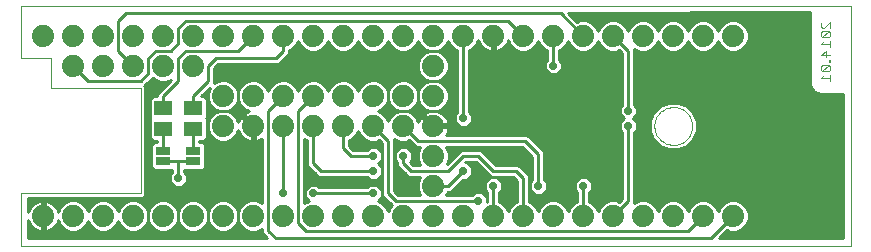
<source format=gbl>
G75*
%MOIN*%
%OFA0B0*%
%FSLAX24Y24*%
%IPPOS*%
%LPD*%
%AMOC8*
5,1,8,0,0,1.08239X$1,22.5*
%
%ADD10C,0.0000*%
%ADD11C,0.0040*%
%ADD12C,0.0740*%
%ADD13R,0.0591X0.0512*%
%ADD14R,0.0500X0.0250*%
%ADD15C,0.0100*%
%ADD16OC8,0.0270*%
%ADD17OC8,0.0250*%
%ADD18C,0.0200*%
D10*
X001423Y003543D02*
X001423Y005293D01*
X005423Y005293D01*
X005423Y008793D01*
X002423Y008793D01*
X002423Y009793D01*
X001423Y009793D01*
X001423Y011539D01*
X001423Y011543D01*
X001423Y011539D02*
X029082Y011539D01*
X029082Y003543D01*
X001423Y003543D01*
X022543Y007543D02*
X022545Y007593D01*
X022551Y007643D01*
X022561Y007692D01*
X022575Y007740D01*
X022592Y007787D01*
X022613Y007832D01*
X022638Y007876D01*
X022666Y007917D01*
X022698Y007956D01*
X022732Y007993D01*
X022769Y008027D01*
X022809Y008057D01*
X022851Y008084D01*
X022895Y008108D01*
X022941Y008129D01*
X022988Y008145D01*
X023036Y008158D01*
X023086Y008167D01*
X023135Y008172D01*
X023186Y008173D01*
X023236Y008170D01*
X023285Y008163D01*
X023334Y008152D01*
X023382Y008137D01*
X023428Y008119D01*
X023473Y008097D01*
X023516Y008071D01*
X023557Y008042D01*
X023596Y008010D01*
X023632Y007975D01*
X023664Y007937D01*
X023694Y007897D01*
X023721Y007854D01*
X023744Y007810D01*
X023763Y007764D01*
X023779Y007716D01*
X023791Y007667D01*
X023799Y007618D01*
X023803Y007568D01*
X023803Y007518D01*
X023799Y007468D01*
X023791Y007419D01*
X023779Y007370D01*
X023763Y007322D01*
X023744Y007276D01*
X023721Y007232D01*
X023694Y007189D01*
X023664Y007149D01*
X023632Y007111D01*
X023596Y007076D01*
X023557Y007044D01*
X023516Y007015D01*
X023473Y006989D01*
X023428Y006967D01*
X023382Y006949D01*
X023334Y006934D01*
X023285Y006923D01*
X023236Y006916D01*
X023186Y006913D01*
X023135Y006914D01*
X023086Y006919D01*
X023036Y006928D01*
X022988Y006941D01*
X022941Y006957D01*
X022895Y006978D01*
X022851Y007002D01*
X022809Y007029D01*
X022769Y007059D01*
X022732Y007093D01*
X022698Y007130D01*
X022666Y007169D01*
X022638Y007210D01*
X022613Y007254D01*
X022592Y007299D01*
X022575Y007346D01*
X022561Y007394D01*
X022551Y007443D01*
X022545Y007493D01*
X022543Y007543D01*
D11*
X028093Y009147D02*
X028403Y009147D01*
X028403Y009044D02*
X028403Y009251D01*
X028351Y009366D02*
X028144Y009366D01*
X028351Y009573D01*
X028403Y009521D01*
X028403Y009418D01*
X028351Y009366D01*
X028196Y009251D02*
X028093Y009147D01*
X028144Y009366D02*
X028093Y009418D01*
X028093Y009521D01*
X028144Y009573D01*
X028351Y009573D01*
X028351Y009682D02*
X028403Y009682D01*
X028403Y009734D01*
X028351Y009734D01*
X028351Y009682D01*
X028248Y009850D02*
X028248Y010056D01*
X028093Y009901D01*
X028403Y009901D01*
X028403Y010172D02*
X028403Y010379D01*
X028403Y010275D02*
X028093Y010275D01*
X028196Y010379D01*
X028144Y010494D02*
X028351Y010701D01*
X028403Y010649D01*
X028403Y010546D01*
X028351Y010494D01*
X028144Y010494D01*
X028093Y010546D01*
X028093Y010649D01*
X028144Y010701D01*
X028351Y010701D01*
X028403Y010816D02*
X028403Y011023D01*
X028196Y010816D01*
X028144Y010816D01*
X028093Y010868D01*
X028093Y010972D01*
X028144Y011023D01*
D12*
X025173Y010543D03*
X024173Y010543D03*
X023173Y010543D03*
X022173Y010543D03*
X021173Y010543D03*
X020173Y010543D03*
X019173Y010543D03*
X018173Y010543D03*
X017173Y010543D03*
X016173Y010543D03*
X015173Y010543D03*
X014173Y010543D03*
X013173Y010543D03*
X012173Y010543D03*
X011173Y010543D03*
X010173Y010543D03*
X009173Y010543D03*
X008173Y010543D03*
X007173Y010543D03*
X006173Y010543D03*
X005173Y010543D03*
X004173Y010543D03*
X003173Y010543D03*
X002173Y010543D03*
X003173Y009543D03*
X004173Y009543D03*
X005173Y009543D03*
X006173Y009543D03*
X007173Y009543D03*
X008173Y008543D03*
X009173Y008543D03*
X010173Y008543D03*
X011173Y008543D03*
X012173Y008543D03*
X013173Y008543D03*
X014173Y008543D03*
X015173Y008543D03*
X015173Y009543D03*
X015173Y007543D03*
X014173Y007543D03*
X013173Y007543D03*
X012173Y007543D03*
X011173Y007543D03*
X010173Y007543D03*
X009173Y007543D03*
X008173Y007543D03*
X015173Y006543D03*
X015173Y005543D03*
X015173Y004543D03*
X016173Y004543D03*
X017173Y004543D03*
X018173Y004543D03*
X019173Y004543D03*
X020173Y004543D03*
X021173Y004543D03*
X022173Y004543D03*
X023173Y004543D03*
X024173Y004543D03*
X025173Y004543D03*
X014173Y004543D03*
X013173Y004543D03*
X012173Y004543D03*
X011173Y004543D03*
X010173Y004543D03*
X009173Y004543D03*
X008173Y004543D03*
X007173Y004543D03*
X006173Y004543D03*
X005173Y004543D03*
X004173Y004543D03*
X003173Y004543D03*
X002173Y004543D03*
D13*
X006173Y007459D03*
X007173Y007459D03*
X007173Y008128D03*
X006173Y008128D03*
D14*
X006173Y006720D03*
X006173Y006366D03*
X007173Y006366D03*
X007173Y006720D03*
D15*
X007173Y007459D01*
X007618Y007483D02*
X007653Y007483D01*
X007653Y007440D02*
X007732Y007249D01*
X007878Y007102D01*
X008069Y007023D01*
X008276Y007023D01*
X008467Y007102D01*
X008614Y007249D01*
X008674Y007395D01*
X008691Y007344D01*
X008728Y007271D01*
X008776Y007205D01*
X008834Y007147D01*
X008900Y007099D01*
X008973Y007061D01*
X009051Y007036D01*
X009123Y007025D01*
X009123Y007493D01*
X009223Y007493D01*
X009223Y007025D01*
X009295Y007036D01*
X009372Y007061D01*
X009445Y007099D01*
X009473Y007119D01*
X009473Y004979D01*
X009467Y004984D01*
X009276Y005063D01*
X009069Y005063D01*
X008878Y004984D01*
X008732Y004838D01*
X008673Y004695D01*
X008614Y004838D01*
X008467Y004984D01*
X008276Y005063D01*
X008069Y005063D01*
X007878Y004984D01*
X007732Y004838D01*
X007673Y004695D01*
X007614Y004838D01*
X007467Y004984D01*
X007276Y005063D01*
X007069Y005063D01*
X006878Y004984D01*
X006732Y004838D01*
X006673Y004695D01*
X006614Y004838D01*
X006467Y004984D01*
X006276Y005063D01*
X006069Y005063D01*
X005878Y004984D01*
X005732Y004838D01*
X005673Y004695D01*
X005614Y004838D01*
X005467Y004984D01*
X005276Y005063D01*
X005069Y005063D01*
X004878Y004984D01*
X004732Y004838D01*
X004673Y004695D01*
X004614Y004838D01*
X004467Y004984D01*
X004276Y005063D01*
X004069Y005063D01*
X003878Y004984D01*
X003732Y004838D01*
X003673Y004695D01*
X003614Y004838D01*
X003467Y004984D01*
X003276Y005063D01*
X003069Y005063D01*
X002878Y004984D01*
X002732Y004838D01*
X002671Y004692D01*
X002655Y004743D01*
X002618Y004816D01*
X002569Y004882D01*
X002512Y004940D01*
X002445Y004988D01*
X002372Y005025D01*
X002295Y005051D01*
X002223Y005062D01*
X002223Y004593D01*
X002123Y004593D01*
X002123Y005062D01*
X002051Y005051D01*
X001973Y005025D01*
X001900Y004988D01*
X001834Y004940D01*
X001776Y004882D01*
X001728Y004816D01*
X001691Y004743D01*
X001673Y004687D01*
X001673Y005143D01*
X005485Y005143D01*
X005573Y005231D01*
X005573Y008855D01*
X005545Y008883D01*
X005623Y008960D01*
X005822Y009159D01*
X005878Y009102D01*
X006069Y009023D01*
X006276Y009023D01*
X006436Y009090D01*
X006223Y008876D01*
X005973Y008626D01*
X005973Y008534D01*
X005815Y008534D01*
X005728Y008446D01*
X005728Y007810D01*
X005744Y007793D01*
X005728Y007777D01*
X005728Y007141D01*
X005815Y007053D01*
X005973Y007053D01*
X005973Y006995D01*
X005861Y006995D01*
X005773Y006908D01*
X005773Y006179D01*
X005861Y006091D01*
X006473Y006091D01*
X006473Y005996D01*
X006388Y005911D01*
X006388Y005675D01*
X006555Y005508D01*
X006791Y005508D01*
X006958Y005675D01*
X006958Y005911D01*
X006873Y005996D01*
X006873Y006091D01*
X007485Y006091D01*
X007573Y006179D01*
X007573Y006908D01*
X007485Y006995D01*
X007373Y006995D01*
X007373Y007053D01*
X007530Y007053D01*
X007618Y007141D01*
X007618Y007777D01*
X007602Y007793D01*
X007618Y007810D01*
X007618Y008446D01*
X007530Y008534D01*
X007446Y008534D01*
X007719Y008807D01*
X007653Y008647D01*
X007653Y008440D01*
X007732Y008249D01*
X007878Y008102D01*
X008021Y008043D01*
X007878Y007984D01*
X007732Y007838D01*
X007653Y007647D01*
X007653Y007440D01*
X007676Y007385D02*
X007618Y007385D01*
X007618Y007286D02*
X007716Y007286D01*
X007793Y007188D02*
X007618Y007188D01*
X007567Y007089D02*
X007910Y007089D01*
X007573Y006892D02*
X009473Y006892D01*
X009473Y006794D02*
X007573Y006794D01*
X007573Y006695D02*
X009473Y006695D01*
X009473Y006597D02*
X007573Y006597D01*
X007573Y006498D02*
X009473Y006498D01*
X009473Y006400D02*
X007573Y006400D01*
X007573Y006301D02*
X009473Y006301D01*
X009473Y006203D02*
X007573Y006203D01*
X007498Y006104D02*
X009473Y006104D01*
X009473Y006006D02*
X006873Y006006D01*
X006958Y005907D02*
X009473Y005907D01*
X009473Y005809D02*
X006958Y005809D01*
X006958Y005710D02*
X009473Y005710D01*
X009473Y005612D02*
X006894Y005612D01*
X006796Y005513D02*
X009473Y005513D01*
X009473Y005415D02*
X005573Y005415D01*
X005573Y005513D02*
X006550Y005513D01*
X006451Y005612D02*
X005573Y005612D01*
X005573Y005710D02*
X006388Y005710D01*
X006388Y005809D02*
X005573Y005809D01*
X005573Y005907D02*
X006388Y005907D01*
X006473Y006006D02*
X005573Y006006D01*
X005573Y006104D02*
X005848Y006104D01*
X005773Y006203D02*
X005573Y006203D01*
X005573Y006301D02*
X005773Y006301D01*
X005773Y006400D02*
X005573Y006400D01*
X005573Y006498D02*
X005773Y006498D01*
X005773Y006597D02*
X005573Y006597D01*
X005573Y006695D02*
X005773Y006695D01*
X005773Y006794D02*
X005573Y006794D01*
X005573Y006892D02*
X005773Y006892D01*
X005856Y006991D02*
X005573Y006991D01*
X005573Y007089D02*
X005779Y007089D01*
X005728Y007188D02*
X005573Y007188D01*
X005573Y007286D02*
X005728Y007286D01*
X005728Y007385D02*
X005573Y007385D01*
X005573Y007483D02*
X005728Y007483D01*
X005728Y007582D02*
X005573Y007582D01*
X005573Y007680D02*
X005728Y007680D01*
X005730Y007779D02*
X005573Y007779D01*
X005573Y007877D02*
X005728Y007877D01*
X005728Y007976D02*
X005573Y007976D01*
X005573Y008074D02*
X005728Y008074D01*
X005728Y008173D02*
X005573Y008173D01*
X005573Y008271D02*
X005728Y008271D01*
X005728Y008370D02*
X005573Y008370D01*
X005573Y008468D02*
X005750Y008468D01*
X005573Y008567D02*
X005973Y008567D01*
X006012Y008665D02*
X005573Y008665D01*
X005573Y008764D02*
X006111Y008764D01*
X006209Y008862D02*
X005566Y008862D01*
X005623Y008961D02*
X006308Y008961D01*
X006363Y009059D02*
X006406Y009059D01*
X006423Y008793D02*
X006673Y009043D01*
X006673Y009793D01*
X006923Y010043D01*
X008673Y010043D01*
X009173Y010543D01*
X010173Y010543D02*
X010173Y010043D01*
X009923Y009793D01*
X007923Y009793D01*
X007673Y009543D01*
X007673Y009043D01*
X007173Y008543D01*
X007173Y008128D01*
X007618Y008173D02*
X007808Y008173D01*
X007723Y008271D02*
X007618Y008271D01*
X007618Y008370D02*
X007682Y008370D01*
X007653Y008468D02*
X007596Y008468D01*
X007653Y008567D02*
X007479Y008567D01*
X007578Y008665D02*
X007661Y008665D01*
X007676Y008764D02*
X007701Y008764D01*
X007873Y008979D02*
X007873Y009460D01*
X008006Y009593D01*
X010006Y009593D01*
X010256Y009843D01*
X010373Y009960D01*
X010373Y010063D01*
X010467Y010102D01*
X010614Y010249D01*
X010673Y010392D01*
X010732Y010249D01*
X010878Y010102D01*
X011069Y010023D01*
X011276Y010023D01*
X011467Y010102D01*
X011614Y010249D01*
X011673Y010392D01*
X011732Y010249D01*
X011878Y010102D01*
X012069Y010023D01*
X012276Y010023D01*
X012467Y010102D01*
X012614Y010249D01*
X012673Y010392D01*
X012732Y010249D01*
X012878Y010102D01*
X013069Y010023D01*
X013276Y010023D01*
X013467Y010102D01*
X013614Y010249D01*
X013673Y010392D01*
X013732Y010249D01*
X013878Y010102D01*
X014069Y010023D01*
X014276Y010023D01*
X014467Y010102D01*
X014614Y010249D01*
X014673Y010392D01*
X014732Y010249D01*
X014878Y010102D01*
X015021Y010043D01*
X014878Y009984D01*
X014732Y009838D01*
X014653Y009647D01*
X014653Y009440D01*
X014732Y009249D01*
X014878Y009102D01*
X015021Y009043D01*
X014878Y008984D01*
X014732Y008838D01*
X014673Y008695D01*
X014614Y008838D01*
X014467Y008984D01*
X014276Y009063D01*
X014069Y009063D01*
X013878Y008984D01*
X013732Y008838D01*
X013673Y008695D01*
X013614Y008838D01*
X013467Y008984D01*
X013276Y009063D01*
X013069Y009063D01*
X012878Y008984D01*
X012732Y008838D01*
X012673Y008695D01*
X012614Y008838D01*
X012467Y008984D01*
X012276Y009063D01*
X012069Y009063D01*
X011878Y008984D01*
X011732Y008838D01*
X011673Y008695D01*
X011614Y008838D01*
X011467Y008984D01*
X011276Y009063D01*
X011069Y009063D01*
X010878Y008984D01*
X010732Y008838D01*
X010673Y008695D01*
X010614Y008838D01*
X010467Y008984D01*
X010276Y009063D01*
X010069Y009063D01*
X009878Y008984D01*
X009732Y008838D01*
X009673Y008695D01*
X009614Y008838D01*
X009467Y008984D01*
X009276Y009063D01*
X009069Y009063D01*
X008878Y008984D01*
X008732Y008838D01*
X008673Y008695D01*
X008614Y008838D01*
X008467Y008984D01*
X008276Y009063D01*
X008069Y009063D01*
X007878Y008984D01*
X007873Y008979D01*
X007873Y009059D02*
X008060Y009059D01*
X007873Y009158D02*
X014823Y009158D01*
X014729Y009256D02*
X007873Y009256D01*
X007873Y009355D02*
X014688Y009355D01*
X014673Y009293D02*
X014453Y009513D01*
X014653Y009552D02*
X007964Y009552D01*
X007873Y009453D02*
X014653Y009453D01*
X014654Y009650D02*
X010063Y009650D01*
X010161Y009749D02*
X014695Y009749D01*
X014741Y009847D02*
X010260Y009847D01*
X010358Y009946D02*
X014840Y009946D01*
X014673Y010043D02*
X015673Y010043D01*
X015508Y010143D02*
X015838Y010143D01*
X015878Y010102D02*
X015973Y010063D01*
X015973Y007996D01*
X015888Y007911D01*
X015888Y007675D01*
X016055Y007508D01*
X016291Y007508D01*
X016458Y007675D01*
X016458Y007911D01*
X016373Y007996D01*
X016373Y010063D01*
X016467Y010102D01*
X016614Y010249D01*
X016674Y010395D01*
X016691Y010344D01*
X016728Y010271D01*
X016776Y010205D01*
X016834Y010147D01*
X016900Y010099D01*
X016973Y010061D01*
X017051Y010036D01*
X017123Y010025D01*
X017123Y010493D01*
X017223Y010493D01*
X017223Y010025D01*
X017295Y010036D01*
X017372Y010061D01*
X017445Y010099D01*
X017512Y010147D01*
X017569Y010205D01*
X017618Y010271D01*
X017655Y010344D01*
X017671Y010395D01*
X017732Y010249D01*
X017878Y010102D01*
X018069Y010023D01*
X018276Y010023D01*
X018467Y010102D01*
X018614Y010249D01*
X018673Y010392D01*
X018732Y010249D01*
X018878Y010102D01*
X018973Y010063D01*
X018973Y009732D01*
X018898Y009657D01*
X018898Y009429D01*
X019059Y009268D01*
X019287Y009268D01*
X019448Y009429D01*
X019448Y009657D01*
X019373Y009732D01*
X019373Y010063D01*
X019467Y010102D01*
X019614Y010249D01*
X019673Y010392D01*
X019732Y010249D01*
X019878Y010102D01*
X020069Y010023D01*
X020276Y010023D01*
X020467Y010102D01*
X020614Y010249D01*
X020673Y010392D01*
X020732Y010249D01*
X020878Y010102D01*
X021069Y010023D01*
X021276Y010023D01*
X021371Y010062D01*
X021473Y009960D01*
X021473Y008232D01*
X021398Y008157D01*
X021398Y007929D01*
X021527Y007800D01*
X021388Y007661D01*
X021388Y007425D01*
X021473Y007340D01*
X021473Y005126D01*
X021371Y005024D01*
X021276Y005063D01*
X021069Y005063D01*
X020878Y004984D01*
X020732Y004838D01*
X020673Y004695D01*
X020614Y004838D01*
X020467Y004984D01*
X020373Y005023D01*
X020373Y005340D01*
X020458Y005425D01*
X020458Y005661D01*
X020291Y005828D01*
X020055Y005828D01*
X019888Y005661D01*
X019888Y005425D01*
X019973Y005340D01*
X019973Y005023D01*
X019878Y004984D01*
X019732Y004838D01*
X019673Y004695D01*
X019614Y004838D01*
X019467Y004984D01*
X019276Y005063D01*
X019069Y005063D01*
X018878Y004984D01*
X018732Y004838D01*
X018673Y004695D01*
X018614Y004838D01*
X018467Y004984D01*
X018373Y005023D01*
X018373Y005876D01*
X018256Y005993D01*
X018006Y006243D01*
X017256Y006243D01*
X016756Y006743D01*
X016090Y006743D01*
X015973Y006626D01*
X015627Y006280D01*
X015693Y006440D01*
X015693Y006647D01*
X015614Y006838D01*
X015608Y006843D01*
X018140Y006843D01*
X018473Y006510D01*
X018473Y005746D01*
X018388Y005661D01*
X018388Y005425D01*
X018555Y005258D01*
X018791Y005258D01*
X018958Y005425D01*
X018958Y005661D01*
X018873Y005746D01*
X018873Y006676D01*
X018756Y006793D01*
X018306Y007243D01*
X015598Y007243D01*
X015618Y007271D01*
X015655Y007344D01*
X015680Y007422D01*
X015691Y007493D01*
X015223Y007493D01*
X015223Y007593D01*
X015691Y007593D01*
X015680Y007665D01*
X015655Y007743D01*
X015618Y007816D01*
X015569Y007882D01*
X015512Y007940D01*
X015445Y007988D01*
X015372Y008025D01*
X015321Y008042D01*
X015467Y008102D01*
X015614Y008249D01*
X015693Y008440D01*
X015693Y008647D01*
X015614Y008838D01*
X015467Y008984D01*
X015325Y009043D01*
X015467Y009102D01*
X015614Y009249D01*
X015693Y009440D01*
X015693Y009647D01*
X015614Y009838D01*
X015467Y009984D01*
X015325Y010043D01*
X015467Y010102D01*
X015614Y010249D01*
X015673Y010392D01*
X015732Y010249D01*
X015878Y010102D01*
X015973Y010044D02*
X015327Y010044D01*
X015506Y009946D02*
X015973Y009946D01*
X015973Y009847D02*
X015604Y009847D01*
X015651Y009749D02*
X015973Y009749D01*
X015973Y009650D02*
X015691Y009650D01*
X015693Y009552D02*
X015973Y009552D01*
X015973Y009453D02*
X015693Y009453D01*
X015658Y009355D02*
X015973Y009355D01*
X015973Y009256D02*
X015617Y009256D01*
X015523Y009158D02*
X015973Y009158D01*
X015973Y009059D02*
X015363Y009059D01*
X015491Y008961D02*
X015973Y008961D01*
X015973Y008862D02*
X015589Y008862D01*
X015644Y008764D02*
X015973Y008764D01*
X015973Y008665D02*
X015685Y008665D01*
X015693Y008567D02*
X015973Y008567D01*
X015973Y008468D02*
X015693Y008468D01*
X015664Y008370D02*
X015973Y008370D01*
X015973Y008271D02*
X015623Y008271D01*
X015538Y008173D02*
X015973Y008173D01*
X015973Y008074D02*
X015399Y008074D01*
X015462Y007976D02*
X015952Y007976D01*
X015888Y007877D02*
X015573Y007877D01*
X015636Y007779D02*
X015888Y007779D01*
X015888Y007680D02*
X015675Y007680D01*
X015981Y007582D02*
X015223Y007582D01*
X015690Y007483D02*
X021388Y007483D01*
X021388Y007582D02*
X016364Y007582D01*
X016458Y007680D02*
X021407Y007680D01*
X021505Y007779D02*
X016458Y007779D01*
X016458Y007877D02*
X021450Y007877D01*
X021398Y007976D02*
X016393Y007976D01*
X016373Y008074D02*
X021398Y008074D01*
X021413Y008173D02*
X016373Y008173D01*
X016373Y008271D02*
X021473Y008271D01*
X021473Y008370D02*
X016373Y008370D01*
X016373Y008468D02*
X021473Y008468D01*
X021473Y008567D02*
X016373Y008567D01*
X016373Y008665D02*
X021473Y008665D01*
X021473Y008764D02*
X016373Y008764D01*
X016373Y008862D02*
X021473Y008862D01*
X021473Y008961D02*
X016373Y008961D01*
X016373Y009059D02*
X021473Y009059D01*
X021473Y009158D02*
X016373Y009158D01*
X016373Y009256D02*
X021473Y009256D01*
X021473Y009355D02*
X019373Y009355D01*
X019448Y009453D02*
X021473Y009453D01*
X021473Y009552D02*
X019448Y009552D01*
X019448Y009650D02*
X021473Y009650D01*
X021473Y009749D02*
X019373Y009749D01*
X019373Y009847D02*
X021473Y009847D01*
X021473Y009946D02*
X019373Y009946D01*
X019373Y010044D02*
X020019Y010044D01*
X019838Y010143D02*
X019508Y010143D01*
X019606Y010241D02*
X019739Y010241D01*
X019694Y010340D02*
X019651Y010340D01*
X019173Y010543D02*
X019173Y009543D01*
X018972Y009355D02*
X016373Y009355D01*
X016373Y009453D02*
X018898Y009453D01*
X018898Y009552D02*
X016373Y009552D01*
X016373Y009650D02*
X018898Y009650D01*
X018973Y009749D02*
X016373Y009749D01*
X016373Y009847D02*
X018973Y009847D01*
X018973Y009946D02*
X016373Y009946D01*
X016373Y010044D02*
X017026Y010044D01*
X017123Y010044D02*
X017223Y010044D01*
X017320Y010044D02*
X018019Y010044D01*
X017838Y010143D02*
X017506Y010143D01*
X017596Y010241D02*
X017739Y010241D01*
X017694Y010340D02*
X017653Y010340D01*
X017223Y010340D02*
X017123Y010340D01*
X017123Y010438D02*
X017223Y010438D01*
X017223Y010241D02*
X017123Y010241D01*
X017123Y010143D02*
X017223Y010143D01*
X016839Y010143D02*
X016508Y010143D01*
X016606Y010241D02*
X016749Y010241D01*
X016693Y010340D02*
X016651Y010340D01*
X016173Y010543D02*
X016173Y007793D01*
X015673Y008043D02*
X014673Y008043D01*
X013923Y008043D01*
X013673Y008293D01*
X013673Y009043D01*
X013589Y008862D02*
X013756Y008862D01*
X013701Y008764D02*
X013644Y008764D01*
X013491Y008961D02*
X013855Y008961D01*
X014060Y009059D02*
X013286Y009059D01*
X013060Y009059D02*
X012286Y009059D01*
X012060Y009059D02*
X011286Y009059D01*
X011060Y009059D02*
X010286Y009059D01*
X010060Y009059D02*
X009286Y009059D01*
X009060Y009059D02*
X008286Y009059D01*
X008491Y008961D02*
X008855Y008961D01*
X008756Y008862D02*
X008589Y008862D01*
X008673Y008793D02*
X008673Y008043D01*
X007673Y008043D01*
X007618Y008074D02*
X007946Y008074D01*
X007870Y007976D02*
X007618Y007976D01*
X007618Y007877D02*
X007771Y007877D01*
X007708Y007779D02*
X007616Y007779D01*
X007618Y007680D02*
X007667Y007680D01*
X007653Y007582D02*
X007618Y007582D01*
X008574Y007877D02*
X008773Y007877D01*
X008776Y007882D02*
X008728Y007816D01*
X008691Y007743D01*
X008674Y007692D01*
X008614Y007838D01*
X008467Y007984D01*
X008325Y008043D01*
X008467Y008102D01*
X008614Y008249D01*
X008673Y008392D01*
X008732Y008249D01*
X008878Y008102D01*
X009025Y008042D01*
X008973Y008025D01*
X008900Y007988D01*
X008834Y007940D01*
X008776Y007882D01*
X008709Y007779D02*
X008638Y007779D01*
X008476Y007976D02*
X008883Y007976D01*
X008946Y008074D02*
X008399Y008074D01*
X008538Y008173D02*
X008808Y008173D01*
X008723Y008271D02*
X008623Y008271D01*
X008664Y008370D02*
X008682Y008370D01*
X008701Y008764D02*
X008644Y008764D01*
X009491Y008961D02*
X009855Y008961D01*
X009756Y008862D02*
X009589Y008862D01*
X009644Y008764D02*
X009701Y008764D01*
X010173Y008543D02*
X009673Y008043D01*
X009673Y004043D01*
X009923Y003793D01*
X024423Y003793D01*
X025173Y004543D01*
X025693Y004528D02*
X028823Y004528D01*
X028823Y004430D02*
X025689Y004430D01*
X025693Y004440D02*
X025693Y004647D01*
X025614Y004838D01*
X025467Y004984D01*
X025276Y005063D01*
X025069Y005063D01*
X024878Y004984D01*
X024732Y004838D01*
X024673Y004695D01*
X024614Y004838D01*
X024467Y004984D01*
X024276Y005063D01*
X024069Y005063D01*
X023878Y004984D01*
X023732Y004838D01*
X023673Y004695D01*
X023614Y004838D01*
X023467Y004984D01*
X023276Y005063D01*
X023069Y005063D01*
X022878Y004984D01*
X022732Y004838D01*
X022673Y004695D01*
X022614Y004838D01*
X022467Y004984D01*
X022276Y005063D01*
X022069Y005063D01*
X021878Y004984D01*
X021873Y004979D01*
X021873Y007340D01*
X021958Y007425D01*
X021958Y007661D01*
X021819Y007800D01*
X021948Y007929D01*
X021948Y008157D01*
X021873Y008232D01*
X021873Y010108D01*
X021878Y010102D01*
X022069Y010023D01*
X022276Y010023D01*
X022467Y010102D01*
X022614Y010249D01*
X022673Y010392D01*
X022732Y010249D01*
X022878Y010102D01*
X023069Y010023D01*
X023276Y010023D01*
X023467Y010102D01*
X023614Y010249D01*
X023673Y010392D01*
X023732Y010249D01*
X023878Y010102D01*
X024069Y010023D01*
X024276Y010023D01*
X024467Y010102D01*
X024614Y010249D01*
X024673Y010392D01*
X024732Y010249D01*
X024878Y010102D01*
X025069Y010023D01*
X025276Y010023D01*
X025467Y010102D01*
X025614Y010249D01*
X025693Y010440D01*
X025693Y010647D01*
X025614Y010838D01*
X025467Y010984D01*
X025276Y011063D01*
X025069Y011063D01*
X024878Y010984D01*
X024732Y010838D01*
X024673Y010695D01*
X024614Y010838D01*
X024467Y010984D01*
X024276Y011063D01*
X024069Y011063D01*
X023878Y010984D01*
X023732Y010838D01*
X023673Y010695D01*
X023614Y010838D01*
X023467Y010984D01*
X023276Y011063D01*
X023069Y011063D01*
X022878Y010984D01*
X022732Y010838D01*
X022673Y010695D01*
X022614Y010838D01*
X022467Y010984D01*
X022276Y011063D01*
X022069Y011063D01*
X021878Y010984D01*
X021732Y010838D01*
X021673Y010695D01*
X021614Y010838D01*
X021467Y010984D01*
X021276Y011063D01*
X021069Y011063D01*
X020878Y010984D01*
X020732Y010838D01*
X020673Y010695D01*
X020614Y010838D01*
X020467Y010984D01*
X020276Y011063D01*
X020069Y011063D01*
X019975Y011024D01*
X019673Y011326D01*
X027723Y011341D01*
X027723Y008923D01*
X027843Y008714D01*
X027843Y008714D01*
X027843Y008714D01*
X028052Y008593D01*
X028823Y008593D01*
X028823Y003793D01*
X024706Y003793D01*
X024975Y004062D01*
X025069Y004023D01*
X025276Y004023D01*
X025467Y004102D01*
X025614Y004249D01*
X025693Y004440D01*
X025648Y004331D02*
X028823Y004331D01*
X028823Y004233D02*
X025598Y004233D01*
X025499Y004134D02*
X028823Y004134D01*
X028823Y004036D02*
X025306Y004036D01*
X025039Y004036D02*
X024948Y004036D01*
X024850Y003937D02*
X028823Y003937D01*
X028823Y003839D02*
X024751Y003839D01*
X024173Y004543D02*
X023673Y004043D01*
X010923Y004043D01*
X010673Y004293D01*
X010673Y008043D01*
X011173Y008543D01*
X011644Y008764D02*
X011701Y008764D01*
X011756Y008862D02*
X011589Y008862D01*
X011491Y008961D02*
X011855Y008961D01*
X012491Y008961D02*
X012855Y008961D01*
X012756Y008862D02*
X012589Y008862D01*
X012644Y008764D02*
X012701Y008764D01*
X013664Y008370D02*
X013682Y008370D01*
X013673Y008392D02*
X013732Y008249D01*
X013878Y008102D01*
X014021Y008043D01*
X013878Y007984D01*
X013732Y007838D01*
X013673Y007695D01*
X013614Y007838D01*
X013467Y007984D01*
X013325Y008043D01*
X013467Y008102D01*
X013614Y008249D01*
X013673Y008392D01*
X013623Y008271D02*
X013723Y008271D01*
X013808Y008173D02*
X013538Y008173D01*
X013399Y008074D02*
X013946Y008074D01*
X013870Y007976D02*
X013476Y007976D01*
X013574Y007877D02*
X013771Y007877D01*
X013708Y007779D02*
X013638Y007779D01*
X013173Y007543D02*
X013673Y007043D01*
X013673Y005293D01*
X013923Y005043D01*
X016673Y005043D01*
X016958Y005021D02*
X016967Y005021D01*
X016973Y005023D02*
X016958Y005017D01*
X016958Y005161D01*
X016791Y005328D01*
X016555Y005328D01*
X016470Y005243D01*
X015608Y005243D01*
X015614Y005249D01*
X015653Y005343D01*
X015756Y005343D01*
X016171Y005758D01*
X016291Y005758D01*
X016458Y005925D01*
X016458Y006161D01*
X016291Y006328D01*
X016241Y006328D01*
X016256Y006343D01*
X016590Y006343D01*
X016973Y005960D01*
X017090Y005843D01*
X017840Y005843D01*
X017973Y005710D01*
X017409Y005710D01*
X017458Y005661D02*
X017291Y005828D01*
X017055Y005828D01*
X016888Y005661D01*
X016888Y005425D01*
X016973Y005340D01*
X016973Y005023D01*
X016973Y005119D02*
X016958Y005119D01*
X016973Y005218D02*
X016901Y005218D01*
X016973Y005316D02*
X016803Y005316D01*
X016898Y005415D02*
X015827Y005415D01*
X015926Y005513D02*
X016888Y005513D01*
X016888Y005612D02*
X016024Y005612D01*
X016123Y005710D02*
X016937Y005710D01*
X017035Y005809D02*
X016341Y005809D01*
X016440Y005907D02*
X017026Y005907D01*
X016927Y006006D02*
X016458Y006006D01*
X016458Y006104D02*
X016829Y006104D01*
X016730Y006203D02*
X016416Y006203D01*
X016318Y006301D02*
X016632Y006301D01*
X017099Y006400D02*
X018473Y006400D01*
X018473Y006498D02*
X017001Y006498D01*
X016902Y006597D02*
X018386Y006597D01*
X018288Y006695D02*
X016804Y006695D01*
X016673Y006543D02*
X016173Y006543D01*
X015673Y006043D01*
X014423Y006043D01*
X014173Y006293D01*
X014173Y006543D01*
X013973Y006340D02*
X013973Y006210D01*
X014223Y005960D01*
X014340Y005843D01*
X014737Y005843D01*
X014732Y005838D01*
X014653Y005647D01*
X014653Y005440D01*
X014732Y005249D01*
X014737Y005243D01*
X014006Y005243D01*
X013873Y005376D01*
X013873Y007108D01*
X013878Y007102D01*
X014069Y007023D01*
X014276Y007023D01*
X014371Y007062D01*
X014473Y006960D01*
X014590Y006843D01*
X014737Y006843D01*
X014732Y006838D01*
X014653Y006647D01*
X014653Y006440D01*
X014732Y006249D01*
X014737Y006243D01*
X014506Y006243D01*
X014391Y006358D01*
X014458Y006425D01*
X014458Y006661D01*
X014291Y006828D01*
X014055Y006828D01*
X013888Y006661D01*
X013888Y006425D01*
X013973Y006340D01*
X013973Y006301D02*
X013873Y006301D01*
X013873Y006203D02*
X013980Y006203D01*
X014079Y006104D02*
X013873Y006104D01*
X013873Y006006D02*
X014177Y006006D01*
X014276Y005907D02*
X013873Y005907D01*
X013873Y005809D02*
X014720Y005809D01*
X014679Y005710D02*
X013873Y005710D01*
X013873Y005612D02*
X014653Y005612D01*
X014653Y005513D02*
X013873Y005513D01*
X013873Y005415D02*
X014663Y005415D01*
X014704Y005316D02*
X013933Y005316D01*
X013723Y004960D02*
X013473Y005210D01*
X013473Y006960D01*
X013371Y007062D01*
X013276Y007023D01*
X013069Y007023D01*
X012878Y007102D01*
X012732Y007249D01*
X012673Y007392D01*
X012614Y007249D01*
X012467Y007102D01*
X012373Y007063D01*
X012373Y006876D01*
X012506Y006743D01*
X012970Y006743D01*
X013055Y006828D01*
X013291Y006828D01*
X013458Y006661D01*
X013458Y006425D01*
X013326Y006293D01*
X013458Y006161D01*
X013458Y005925D01*
X013291Y005758D01*
X013055Y005758D01*
X012970Y005843D01*
X011340Y005843D01*
X011223Y005960D01*
X011223Y005960D01*
X010973Y006210D01*
X010973Y007063D01*
X010878Y007102D01*
X010873Y007108D01*
X010873Y004979D01*
X010878Y004984D01*
X011020Y005043D01*
X010888Y005175D01*
X010888Y005411D01*
X011055Y005578D01*
X011291Y005578D01*
X011376Y005493D01*
X012970Y005493D01*
X013055Y005578D01*
X013291Y005578D01*
X013458Y005411D01*
X013458Y005175D01*
X013325Y005043D01*
X013467Y004984D01*
X013614Y004838D01*
X013673Y004695D01*
X013732Y004838D01*
X013789Y004895D01*
X013723Y004960D01*
X013761Y004922D02*
X013529Y004922D01*
X013619Y004824D02*
X013726Y004824D01*
X013685Y004725D02*
X013660Y004725D01*
X013662Y005021D02*
X013379Y005021D01*
X013402Y005119D02*
X013564Y005119D01*
X013473Y005218D02*
X013458Y005218D01*
X013458Y005316D02*
X013473Y005316D01*
X013473Y005415D02*
X013454Y005415D01*
X013473Y005513D02*
X013356Y005513D01*
X013473Y005612D02*
X010873Y005612D01*
X010873Y005710D02*
X013473Y005710D01*
X013473Y005809D02*
X013341Y005809D01*
X013440Y005907D02*
X013473Y005907D01*
X013473Y006006D02*
X013458Y006006D01*
X013458Y006104D02*
X013473Y006104D01*
X013473Y006203D02*
X013416Y006203D01*
X013473Y006301D02*
X013334Y006301D01*
X013432Y006400D02*
X013473Y006400D01*
X013473Y006498D02*
X013458Y006498D01*
X013458Y006597D02*
X013473Y006597D01*
X013473Y006695D02*
X013424Y006695D01*
X013473Y006794D02*
X013325Y006794D01*
X013473Y006892D02*
X012373Y006892D01*
X012373Y006991D02*
X013442Y006991D01*
X013873Y006991D02*
X014442Y006991D01*
X014541Y006892D02*
X013873Y006892D01*
X013873Y006794D02*
X014020Y006794D01*
X013922Y006695D02*
X013873Y006695D01*
X013873Y006597D02*
X013888Y006597D01*
X013888Y006498D02*
X013873Y006498D01*
X013873Y006400D02*
X013913Y006400D01*
X014432Y006400D02*
X014669Y006400D01*
X014653Y006498D02*
X014458Y006498D01*
X014458Y006597D02*
X014653Y006597D01*
X014673Y006695D02*
X014424Y006695D01*
X014325Y006794D02*
X014714Y006794D01*
X014673Y007043D02*
X015423Y007043D01*
X016173Y007043D01*
X018223Y007043D01*
X018673Y006593D01*
X018673Y005543D01*
X018958Y005513D02*
X019888Y005513D01*
X019898Y005415D02*
X018947Y005415D01*
X018849Y005316D02*
X019973Y005316D01*
X019973Y005218D02*
X018373Y005218D01*
X018373Y005316D02*
X018497Y005316D01*
X018398Y005415D02*
X018373Y005415D01*
X018373Y005513D02*
X018388Y005513D01*
X018388Y005612D02*
X018373Y005612D01*
X018373Y005710D02*
X018437Y005710D01*
X018473Y005809D02*
X018373Y005809D01*
X018342Y005907D02*
X018473Y005907D01*
X018473Y006006D02*
X018243Y006006D01*
X018145Y006104D02*
X018473Y006104D01*
X018473Y006203D02*
X018046Y006203D01*
X017923Y006043D02*
X018173Y005793D01*
X018173Y004543D01*
X017685Y004725D02*
X017660Y004725D01*
X017673Y004695D02*
X017614Y004838D01*
X017467Y004984D01*
X017373Y005023D01*
X017373Y005340D01*
X017458Y005425D01*
X017458Y005661D01*
X017458Y005612D02*
X017973Y005612D01*
X017973Y005710D02*
X017973Y005023D01*
X017878Y004984D01*
X017732Y004838D01*
X017673Y004695D01*
X017619Y004824D02*
X017726Y004824D01*
X017816Y004922D02*
X017529Y004922D01*
X017379Y005021D02*
X017967Y005021D01*
X017973Y005119D02*
X017373Y005119D01*
X017373Y005218D02*
X017973Y005218D01*
X017973Y005316D02*
X017373Y005316D01*
X017447Y005415D02*
X017973Y005415D01*
X017973Y005513D02*
X017458Y005513D01*
X017173Y005543D02*
X017173Y004543D01*
X018379Y005021D02*
X018967Y005021D01*
X018816Y004922D02*
X018529Y004922D01*
X018619Y004824D02*
X018726Y004824D01*
X018685Y004725D02*
X018660Y004725D01*
X019379Y005021D02*
X019967Y005021D01*
X019973Y005119D02*
X018373Y005119D01*
X019529Y004922D02*
X019816Y004922D01*
X019726Y004824D02*
X019619Y004824D01*
X019660Y004725D02*
X019685Y004725D01*
X020173Y004543D02*
X020173Y005543D01*
X020458Y005513D02*
X021473Y005513D01*
X021473Y005415D02*
X020447Y005415D01*
X020373Y005316D02*
X021473Y005316D01*
X021473Y005218D02*
X020373Y005218D01*
X020373Y005119D02*
X021466Y005119D01*
X021673Y005043D02*
X021173Y004543D01*
X020685Y004725D02*
X020660Y004725D01*
X020619Y004824D02*
X020726Y004824D01*
X020816Y004922D02*
X020529Y004922D01*
X020379Y005021D02*
X020967Y005021D01*
X021673Y005043D02*
X021673Y007543D01*
X021958Y007582D02*
X022393Y007582D01*
X022393Y007680D02*
X021939Y007680D01*
X021840Y007779D02*
X022426Y007779D01*
X022393Y007698D02*
X022393Y007388D01*
X022512Y007102D01*
X022731Y006882D01*
X023018Y006763D01*
X023328Y006763D01*
X023615Y006882D01*
X023834Y007102D01*
X023953Y007388D01*
X023953Y007698D01*
X023834Y007985D01*
X023615Y008204D01*
X023328Y008323D01*
X023018Y008323D01*
X022731Y008204D01*
X022512Y007985D01*
X022393Y007698D01*
X022467Y007877D02*
X021896Y007877D01*
X021948Y007976D02*
X022508Y007976D01*
X022601Y008074D02*
X021948Y008074D01*
X021932Y008173D02*
X022699Y008173D01*
X022892Y008271D02*
X021873Y008271D01*
X021873Y008370D02*
X028823Y008370D01*
X028823Y008468D02*
X021873Y008468D01*
X021873Y008567D02*
X028823Y008567D01*
X027928Y008665D02*
X021873Y008665D01*
X021873Y008764D02*
X027815Y008764D01*
X027758Y008862D02*
X021873Y008862D01*
X021873Y008961D02*
X027723Y008961D01*
X027723Y009059D02*
X021873Y009059D01*
X021873Y009158D02*
X027723Y009158D01*
X027723Y009256D02*
X021873Y009256D01*
X021873Y009355D02*
X027723Y009355D01*
X027723Y009453D02*
X021873Y009453D01*
X021873Y009552D02*
X027723Y009552D01*
X027723Y009650D02*
X021873Y009650D01*
X021873Y009749D02*
X027723Y009749D01*
X027723Y009847D02*
X021873Y009847D01*
X021873Y009946D02*
X027723Y009946D01*
X027723Y010044D02*
X025327Y010044D01*
X025508Y010143D02*
X027723Y010143D01*
X027723Y010241D02*
X025606Y010241D01*
X025651Y010340D02*
X027723Y010340D01*
X027723Y010438D02*
X025692Y010438D01*
X025693Y010537D02*
X027723Y010537D01*
X027723Y010635D02*
X025693Y010635D01*
X025657Y010734D02*
X027723Y010734D01*
X027723Y010832D02*
X025616Y010832D01*
X025521Y010931D02*
X027723Y010931D01*
X027723Y011029D02*
X025358Y011029D01*
X024987Y011029D02*
X024358Y011029D01*
X024521Y010931D02*
X024825Y010931D01*
X024730Y010832D02*
X024616Y010832D01*
X024657Y010734D02*
X024689Y010734D01*
X023825Y010931D02*
X023521Y010931D01*
X023616Y010832D02*
X023730Y010832D01*
X023689Y010734D02*
X023657Y010734D01*
X022825Y010931D02*
X022521Y010931D01*
X022616Y010832D02*
X022730Y010832D01*
X022689Y010734D02*
X022657Y010734D01*
X021825Y010931D02*
X021521Y010931D01*
X021616Y010832D02*
X021730Y010832D01*
X021689Y010734D02*
X021657Y010734D01*
X021173Y010543D02*
X021673Y010043D01*
X021673Y008043D01*
X021958Y007483D02*
X022393Y007483D01*
X022394Y007385D02*
X021917Y007385D01*
X021873Y007286D02*
X022435Y007286D01*
X022476Y007188D02*
X021873Y007188D01*
X021873Y007089D02*
X022524Y007089D01*
X022622Y006991D02*
X021873Y006991D01*
X021873Y006892D02*
X022721Y006892D01*
X022944Y006794D02*
X021873Y006794D01*
X021873Y006695D02*
X028823Y006695D01*
X028823Y006597D02*
X021873Y006597D01*
X021873Y006498D02*
X028823Y006498D01*
X028823Y006400D02*
X021873Y006400D01*
X021873Y006301D02*
X028823Y006301D01*
X028823Y006203D02*
X021873Y006203D01*
X021873Y006104D02*
X028823Y006104D01*
X028823Y006006D02*
X021873Y006006D01*
X021873Y005907D02*
X028823Y005907D01*
X028823Y005809D02*
X021873Y005809D01*
X021873Y005710D02*
X028823Y005710D01*
X028823Y005612D02*
X021873Y005612D01*
X021873Y005513D02*
X028823Y005513D01*
X028823Y005415D02*
X021873Y005415D01*
X021873Y005316D02*
X028823Y005316D01*
X028823Y005218D02*
X021873Y005218D01*
X021873Y005119D02*
X028823Y005119D01*
X028823Y005021D02*
X025379Y005021D01*
X025529Y004922D02*
X028823Y004922D01*
X028823Y004824D02*
X025619Y004824D01*
X025660Y004725D02*
X028823Y004725D01*
X028823Y004627D02*
X025693Y004627D01*
X024967Y005021D02*
X024379Y005021D01*
X024529Y004922D02*
X024816Y004922D01*
X024726Y004824D02*
X024619Y004824D01*
X024660Y004725D02*
X024685Y004725D01*
X023967Y005021D02*
X023379Y005021D01*
X023529Y004922D02*
X023816Y004922D01*
X023726Y004824D02*
X023619Y004824D01*
X023660Y004725D02*
X023685Y004725D01*
X022967Y005021D02*
X022379Y005021D01*
X022529Y004922D02*
X022816Y004922D01*
X022726Y004824D02*
X022619Y004824D01*
X022660Y004725D02*
X022685Y004725D01*
X021967Y005021D02*
X021873Y005021D01*
X021473Y005612D02*
X020458Y005612D01*
X020409Y005710D02*
X021473Y005710D01*
X021473Y005809D02*
X020310Y005809D01*
X020035Y005809D02*
X018873Y005809D01*
X018873Y005907D02*
X021473Y005907D01*
X021473Y006006D02*
X018873Y006006D01*
X018873Y006104D02*
X021473Y006104D01*
X021473Y006203D02*
X018873Y006203D01*
X018873Y006301D02*
X021473Y006301D01*
X021473Y006400D02*
X018873Y006400D01*
X018873Y006498D02*
X021473Y006498D01*
X021473Y006597D02*
X018873Y006597D01*
X018854Y006695D02*
X021473Y006695D01*
X021473Y006794D02*
X018755Y006794D01*
X018657Y006892D02*
X021473Y006892D01*
X021473Y006991D02*
X018558Y006991D01*
X018460Y007089D02*
X021473Y007089D01*
X021473Y007188D02*
X018361Y007188D01*
X018189Y006794D02*
X015632Y006794D01*
X015673Y006695D02*
X016042Y006695D01*
X015944Y006597D02*
X015693Y006597D01*
X015693Y006498D02*
X015845Y006498D01*
X015746Y006400D02*
X015676Y006400D01*
X015648Y006301D02*
X015635Y006301D01*
X016173Y006043D02*
X015673Y005543D01*
X015173Y005543D01*
X015642Y005316D02*
X016543Y005316D01*
X017310Y005809D02*
X017874Y005809D01*
X017923Y006043D02*
X017173Y006043D01*
X016673Y006543D01*
X017198Y006301D02*
X018473Y006301D01*
X018909Y005710D02*
X019937Y005710D01*
X019888Y005612D02*
X018958Y005612D01*
X021473Y007286D02*
X015625Y007286D01*
X015668Y007385D02*
X021428Y007385D01*
X023401Y006794D02*
X028823Y006794D01*
X028823Y006892D02*
X023625Y006892D01*
X023723Y006991D02*
X028823Y006991D01*
X028823Y007089D02*
X023822Y007089D01*
X023870Y007188D02*
X028823Y007188D01*
X028823Y007286D02*
X023911Y007286D01*
X023951Y007385D02*
X028823Y007385D01*
X028823Y007483D02*
X023953Y007483D01*
X023953Y007582D02*
X028823Y007582D01*
X028823Y007680D02*
X023953Y007680D01*
X023919Y007779D02*
X028823Y007779D01*
X028823Y007877D02*
X023879Y007877D01*
X023838Y007976D02*
X028823Y007976D01*
X028823Y008074D02*
X023745Y008074D01*
X023646Y008173D02*
X028823Y008173D01*
X028823Y008271D02*
X023453Y008271D01*
X023327Y010044D02*
X024019Y010044D01*
X023838Y010143D02*
X023508Y010143D01*
X023606Y010241D02*
X023739Y010241D01*
X023694Y010340D02*
X023651Y010340D01*
X023019Y010044D02*
X022327Y010044D01*
X022508Y010143D02*
X022838Y010143D01*
X022739Y010241D02*
X022606Y010241D01*
X022651Y010340D02*
X022694Y010340D01*
X022019Y010044D02*
X021873Y010044D01*
X021389Y010044D02*
X021327Y010044D01*
X021019Y010044D02*
X020327Y010044D01*
X020508Y010143D02*
X020838Y010143D01*
X020739Y010241D02*
X020606Y010241D01*
X020651Y010340D02*
X020694Y010340D01*
X020173Y010543D02*
X019423Y011293D01*
X005923Y011293D01*
X004923Y011293D01*
X004673Y011043D01*
X004673Y010043D01*
X005173Y009543D01*
X005673Y009293D02*
X005423Y009043D01*
X003673Y009043D01*
X003173Y009543D01*
X005673Y009793D02*
X005673Y009293D01*
X005820Y009158D02*
X005823Y009158D01*
X005722Y009059D02*
X005982Y009059D01*
X006423Y008793D02*
X006173Y008543D01*
X006173Y008128D01*
X006173Y007459D02*
X006173Y006720D01*
X006173Y006366D02*
X006673Y006366D01*
X006673Y005793D01*
X005573Y005316D02*
X009473Y005316D01*
X009473Y005218D02*
X005559Y005218D01*
X005673Y005043D02*
X005673Y004043D01*
X005846Y004134D02*
X005499Y004134D01*
X005467Y004102D02*
X005614Y004249D01*
X005673Y004392D01*
X005732Y004249D01*
X005878Y004102D01*
X006069Y004023D01*
X006276Y004023D01*
X006467Y004102D01*
X006614Y004249D01*
X006673Y004392D01*
X006732Y004249D01*
X006878Y004102D01*
X007069Y004023D01*
X007276Y004023D01*
X007467Y004102D01*
X007614Y004249D01*
X007673Y004392D01*
X007732Y004249D01*
X007878Y004102D01*
X008069Y004023D01*
X008276Y004023D01*
X008467Y004102D01*
X008614Y004249D01*
X008673Y004392D01*
X008732Y004249D01*
X008878Y004102D01*
X009069Y004023D01*
X009276Y004023D01*
X009467Y004102D01*
X009473Y004108D01*
X009473Y003960D01*
X009590Y003843D01*
X009640Y003793D01*
X001673Y003793D01*
X001673Y004399D01*
X001691Y004344D01*
X001728Y004271D01*
X001776Y004205D01*
X001834Y004147D01*
X001900Y004099D01*
X001973Y004061D01*
X002051Y004036D01*
X002123Y004025D01*
X002123Y004493D01*
X002223Y004493D01*
X002223Y004025D01*
X002295Y004036D01*
X002372Y004061D01*
X002445Y004099D01*
X002512Y004147D01*
X002569Y004205D01*
X002618Y004271D01*
X002655Y004344D01*
X002671Y004395D01*
X002732Y004249D01*
X002878Y004102D01*
X003069Y004023D01*
X003276Y004023D01*
X003467Y004102D01*
X003614Y004249D01*
X003673Y004392D01*
X003732Y004249D01*
X003878Y004102D01*
X004069Y004023D01*
X004276Y004023D01*
X004467Y004102D01*
X004614Y004249D01*
X004673Y004392D01*
X004732Y004249D01*
X004878Y004102D01*
X005069Y004023D01*
X005276Y004023D01*
X005467Y004102D01*
X005306Y004036D02*
X006039Y004036D01*
X006306Y004036D02*
X007039Y004036D01*
X006846Y004134D02*
X006499Y004134D01*
X006598Y004233D02*
X006748Y004233D01*
X006698Y004331D02*
X006648Y004331D01*
X006673Y004043D02*
X006673Y005043D01*
X006816Y004922D02*
X006529Y004922D01*
X006619Y004824D02*
X006726Y004824D01*
X006685Y004725D02*
X006660Y004725D01*
X006379Y005021D02*
X006967Y005021D01*
X007379Y005021D02*
X007967Y005021D01*
X007816Y004922D02*
X007529Y004922D01*
X007619Y004824D02*
X007726Y004824D01*
X007685Y004725D02*
X007660Y004725D01*
X008379Y005021D02*
X008967Y005021D01*
X008816Y004922D02*
X008529Y004922D01*
X008619Y004824D02*
X008726Y004824D01*
X008685Y004725D02*
X008660Y004725D01*
X008673Y005043D02*
X008673Y004043D01*
X008846Y004134D02*
X008499Y004134D01*
X008598Y004233D02*
X008748Y004233D01*
X008698Y004331D02*
X008648Y004331D01*
X008306Y004036D02*
X009039Y004036D01*
X009306Y004036D02*
X009473Y004036D01*
X009496Y003937D02*
X001673Y003937D01*
X001673Y003839D02*
X009594Y003839D01*
X008039Y004036D02*
X007306Y004036D01*
X007499Y004134D02*
X007846Y004134D01*
X007748Y004233D02*
X007598Y004233D01*
X007648Y004331D02*
X007698Y004331D01*
X007673Y004043D02*
X007673Y005293D01*
X009379Y005021D02*
X009473Y005021D01*
X009473Y005119D02*
X001673Y005119D01*
X001673Y005021D02*
X001965Y005021D01*
X002123Y005021D02*
X002223Y005021D01*
X002223Y004922D02*
X002123Y004922D01*
X002123Y004824D02*
X002223Y004824D01*
X002223Y004725D02*
X002123Y004725D01*
X002123Y004627D02*
X002223Y004627D01*
X002223Y004430D02*
X002123Y004430D01*
X002123Y004331D02*
X002223Y004331D01*
X002223Y004233D02*
X002123Y004233D01*
X002123Y004134D02*
X002223Y004134D01*
X002223Y004036D02*
X002123Y004036D01*
X002053Y004036D02*
X001673Y004036D01*
X001673Y004134D02*
X001851Y004134D01*
X001756Y004233D02*
X001673Y004233D01*
X001673Y004331D02*
X001697Y004331D01*
X002293Y004036D02*
X003039Y004036D01*
X002846Y004134D02*
X002495Y004134D01*
X002590Y004233D02*
X002748Y004233D01*
X002698Y004331D02*
X002648Y004331D01*
X003306Y004036D02*
X004039Y004036D01*
X003846Y004134D02*
X003499Y004134D01*
X003598Y004233D02*
X003748Y004233D01*
X003698Y004331D02*
X003648Y004331D01*
X004306Y004036D02*
X005039Y004036D01*
X004846Y004134D02*
X004499Y004134D01*
X004598Y004233D02*
X004748Y004233D01*
X004698Y004331D02*
X004648Y004331D01*
X004660Y004725D02*
X004685Y004725D01*
X004726Y004824D02*
X004619Y004824D01*
X004529Y004922D02*
X004816Y004922D01*
X004967Y005021D02*
X004379Y005021D01*
X003967Y005021D02*
X003379Y005021D01*
X003529Y004922D02*
X003816Y004922D01*
X003726Y004824D02*
X003619Y004824D01*
X003660Y004725D02*
X003685Y004725D01*
X002967Y005021D02*
X002381Y005021D01*
X002529Y004922D02*
X002816Y004922D01*
X002726Y004824D02*
X002612Y004824D01*
X002660Y004725D02*
X002685Y004725D01*
X001816Y004922D02*
X001673Y004922D01*
X001673Y004824D02*
X001734Y004824D01*
X001685Y004725D02*
X001673Y004725D01*
X005379Y005021D02*
X005967Y005021D01*
X005816Y004922D02*
X005529Y004922D01*
X005619Y004824D02*
X005726Y004824D01*
X005685Y004725D02*
X005660Y004725D01*
X005648Y004331D02*
X005698Y004331D01*
X005748Y004233D02*
X005598Y004233D01*
X010173Y005293D02*
X010173Y007543D01*
X009223Y007483D02*
X009123Y007483D01*
X009123Y007385D02*
X009223Y007385D01*
X009223Y007286D02*
X009123Y007286D01*
X009123Y007188D02*
X009223Y007188D01*
X009223Y007089D02*
X009123Y007089D01*
X008918Y007089D02*
X008436Y007089D01*
X008553Y007188D02*
X008793Y007188D01*
X008720Y007286D02*
X008629Y007286D01*
X008670Y007385D02*
X008678Y007385D01*
X009427Y007089D02*
X009473Y007089D01*
X009473Y006991D02*
X007490Y006991D01*
X007173Y006366D02*
X006673Y006366D01*
X010873Y006400D02*
X010973Y006400D01*
X010973Y006498D02*
X010873Y006498D01*
X010873Y006597D02*
X010973Y006597D01*
X010973Y006695D02*
X010873Y006695D01*
X010873Y006794D02*
X010973Y006794D01*
X010973Y006892D02*
X010873Y006892D01*
X010873Y006991D02*
X010973Y006991D01*
X010910Y007089D02*
X010873Y007089D01*
X011173Y007543D02*
X011173Y006293D01*
X011423Y006043D01*
X013173Y006043D01*
X013004Y005809D02*
X010873Y005809D01*
X010873Y005907D02*
X011276Y005907D01*
X011177Y006006D02*
X010873Y006006D01*
X010873Y006104D02*
X011079Y006104D01*
X010980Y006203D02*
X010873Y006203D01*
X010873Y006301D02*
X010973Y006301D01*
X012173Y006793D02*
X012423Y006543D01*
X013173Y006543D01*
X013020Y006794D02*
X012455Y006794D01*
X012173Y006793D02*
X012173Y007543D01*
X012670Y007385D02*
X012676Y007385D01*
X012716Y007286D02*
X012629Y007286D01*
X012553Y007188D02*
X012793Y007188D01*
X012910Y007089D02*
X012436Y007089D01*
X013873Y007089D02*
X013910Y007089D01*
X014173Y007543D02*
X014673Y007043D01*
X014674Y007692D02*
X014614Y007838D01*
X014467Y007984D01*
X014325Y008043D01*
X014467Y008102D01*
X014614Y008249D01*
X014673Y008392D01*
X014732Y008249D01*
X014878Y008102D01*
X015025Y008042D01*
X014973Y008025D01*
X014900Y007988D01*
X014834Y007940D01*
X014776Y007882D01*
X014728Y007816D01*
X014691Y007743D01*
X014674Y007692D01*
X014709Y007779D02*
X014638Y007779D01*
X014574Y007877D02*
X014773Y007877D01*
X014883Y007976D02*
X014476Y007976D01*
X014399Y008074D02*
X014946Y008074D01*
X014808Y008173D02*
X014538Y008173D01*
X014623Y008271D02*
X014723Y008271D01*
X014682Y008370D02*
X014664Y008370D01*
X014673Y008043D02*
X014673Y009043D01*
X015673Y009043D01*
X014982Y009059D02*
X014286Y009059D01*
X014491Y008961D02*
X014855Y008961D01*
X014756Y008862D02*
X014589Y008862D01*
X014644Y008764D02*
X014701Y008764D01*
X014673Y009043D02*
X014673Y009293D01*
X014327Y010044D02*
X015019Y010044D01*
X014838Y010143D02*
X014508Y010143D01*
X014606Y010241D02*
X014739Y010241D01*
X014694Y010340D02*
X014651Y010340D01*
X014019Y010044D02*
X013327Y010044D01*
X013508Y010143D02*
X013838Y010143D01*
X013739Y010241D02*
X013606Y010241D01*
X013651Y010340D02*
X013694Y010340D01*
X013019Y010044D02*
X012327Y010044D01*
X012508Y010143D02*
X012838Y010143D01*
X012739Y010241D02*
X012606Y010241D01*
X012651Y010340D02*
X012694Y010340D01*
X012019Y010044D02*
X011327Y010044D01*
X011508Y010143D02*
X011838Y010143D01*
X011739Y010241D02*
X011606Y010241D01*
X011651Y010340D02*
X011694Y010340D01*
X011019Y010044D02*
X010373Y010044D01*
X010508Y010143D02*
X010838Y010143D01*
X010739Y010241D02*
X010606Y010241D01*
X010651Y010340D02*
X010694Y010340D01*
X010855Y008961D02*
X010491Y008961D01*
X010589Y008862D02*
X010756Y008862D01*
X010701Y008764D02*
X010644Y008764D01*
X006673Y010293D02*
X006423Y010043D01*
X005923Y010043D01*
X005673Y009793D01*
X006673Y010293D02*
X006673Y010793D01*
X006923Y011043D01*
X017673Y011043D01*
X018173Y010543D01*
X018651Y010340D02*
X018694Y010340D01*
X018739Y010241D02*
X018606Y010241D01*
X018508Y010143D02*
X018838Y010143D01*
X018973Y010044D02*
X018327Y010044D01*
X020616Y010832D02*
X020730Y010832D01*
X020689Y010734D02*
X020657Y010734D01*
X020521Y010931D02*
X020825Y010931D01*
X020987Y011029D02*
X020358Y011029D01*
X019987Y011029D02*
X019970Y011029D01*
X019871Y011128D02*
X027723Y011128D01*
X027723Y011226D02*
X019773Y011226D01*
X019674Y011325D02*
X027723Y011325D01*
X024838Y010143D02*
X024508Y010143D01*
X024606Y010241D02*
X024739Y010241D01*
X024694Y010340D02*
X024651Y010340D01*
X024327Y010044D02*
X025019Y010044D01*
X023987Y011029D02*
X023358Y011029D01*
X022987Y011029D02*
X022358Y011029D01*
X021987Y011029D02*
X021358Y011029D01*
X015739Y010241D02*
X015606Y010241D01*
X015651Y010340D02*
X015694Y010340D01*
X014710Y006301D02*
X014448Y006301D01*
X012990Y005513D02*
X011356Y005513D01*
X011173Y005293D02*
X013173Y005293D01*
X010990Y005513D02*
X010873Y005513D01*
X010873Y005415D02*
X010891Y005415D01*
X010888Y005316D02*
X010873Y005316D01*
X010873Y005218D02*
X010888Y005218D01*
X010873Y005119D02*
X010944Y005119D01*
X010967Y005021D02*
X010873Y005021D01*
D16*
X011173Y005293D03*
X010173Y005293D03*
X011073Y005743D03*
X012173Y005693D03*
X012973Y005693D03*
X013173Y006043D03*
X013173Y006543D03*
X012953Y006853D03*
X014173Y006543D03*
X014443Y006813D03*
X016173Y006043D03*
X017173Y005543D03*
X017673Y005543D03*
X018673Y005543D03*
X020173Y005543D03*
X020673Y005343D03*
X022373Y005443D03*
X025443Y005643D03*
X024493Y006793D03*
X022273Y006843D03*
X021673Y007543D03*
X019673Y007543D03*
X018173Y006543D03*
X016173Y007793D03*
X017413Y009173D03*
X014453Y009513D03*
X011423Y009543D03*
X008173Y009293D03*
X005773Y008723D03*
X009143Y006053D03*
X007673Y005293D03*
X006673Y005793D03*
X007673Y004043D03*
X013173Y005293D03*
X014163Y005543D03*
X016673Y005043D03*
X025453Y008713D03*
X024173Y009293D03*
X022273Y009443D03*
X020953Y009193D03*
D17*
X019173Y009543D03*
X021673Y008043D03*
D18*
X015173Y007543D02*
X014673Y008043D01*
X009173Y007543D02*
X008673Y008043D01*
M02*

</source>
